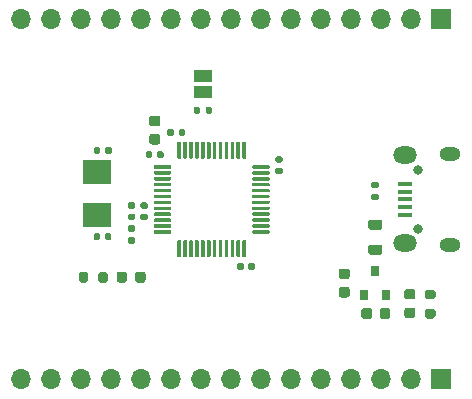
<source format=gbr>
%TF.GenerationSoftware,KiCad,Pcbnew,(5.1.7)-1*%
%TF.CreationDate,2020-11-21T17:57:00+01:00*%
%TF.ProjectId,SimpleTM32,53696d70-6c65-4544-9d33-322e6b696361,rev?*%
%TF.SameCoordinates,Original*%
%TF.FileFunction,Soldermask,Top*%
%TF.FilePolarity,Negative*%
%FSLAX46Y46*%
G04 Gerber Fmt 4.6, Leading zero omitted, Abs format (unit mm)*
G04 Created by KiCad (PCBNEW (5.1.7)-1) date 2020-11-21 17:57:00*
%MOMM*%
%LPD*%
G01*
G04 APERTURE LIST*
%ADD10R,2.400000X2.000000*%
%ADD11R,0.800000X0.900000*%
%ADD12R,1.500000X1.000000*%
%ADD13O,1.700000X1.700000*%
%ADD14R,1.700000X1.700000*%
%ADD15O,0.800000X0.800000*%
%ADD16O,1.800000X1.150000*%
%ADD17O,2.000000X1.450000*%
%ADD18R,1.300000X0.450000*%
G04 APERTURE END LIST*
%TO.C,U2*%
G36*
G01*
X69100000Y-42220000D02*
X69100000Y-40895000D01*
G75*
G02*
X69175000Y-40820000I75000J0D01*
G01*
X69325000Y-40820000D01*
G75*
G02*
X69400000Y-40895000I0J-75000D01*
G01*
X69400000Y-42220000D01*
G75*
G02*
X69325000Y-42295000I-75000J0D01*
G01*
X69175000Y-42295000D01*
G75*
G02*
X69100000Y-42220000I0J75000D01*
G01*
G37*
G36*
G01*
X69600000Y-42220000D02*
X69600000Y-40895000D01*
G75*
G02*
X69675000Y-40820000I75000J0D01*
G01*
X69825000Y-40820000D01*
G75*
G02*
X69900000Y-40895000I0J-75000D01*
G01*
X69900000Y-42220000D01*
G75*
G02*
X69825000Y-42295000I-75000J0D01*
G01*
X69675000Y-42295000D01*
G75*
G02*
X69600000Y-42220000I0J75000D01*
G01*
G37*
G36*
G01*
X70100000Y-42220000D02*
X70100000Y-40895000D01*
G75*
G02*
X70175000Y-40820000I75000J0D01*
G01*
X70325000Y-40820000D01*
G75*
G02*
X70400000Y-40895000I0J-75000D01*
G01*
X70400000Y-42220000D01*
G75*
G02*
X70325000Y-42295000I-75000J0D01*
G01*
X70175000Y-42295000D01*
G75*
G02*
X70100000Y-42220000I0J75000D01*
G01*
G37*
G36*
G01*
X70600000Y-42220000D02*
X70600000Y-40895000D01*
G75*
G02*
X70675000Y-40820000I75000J0D01*
G01*
X70825000Y-40820000D01*
G75*
G02*
X70900000Y-40895000I0J-75000D01*
G01*
X70900000Y-42220000D01*
G75*
G02*
X70825000Y-42295000I-75000J0D01*
G01*
X70675000Y-42295000D01*
G75*
G02*
X70600000Y-42220000I0J75000D01*
G01*
G37*
G36*
G01*
X71100000Y-42220000D02*
X71100000Y-40895000D01*
G75*
G02*
X71175000Y-40820000I75000J0D01*
G01*
X71325000Y-40820000D01*
G75*
G02*
X71400000Y-40895000I0J-75000D01*
G01*
X71400000Y-42220000D01*
G75*
G02*
X71325000Y-42295000I-75000J0D01*
G01*
X71175000Y-42295000D01*
G75*
G02*
X71100000Y-42220000I0J75000D01*
G01*
G37*
G36*
G01*
X71600000Y-42220000D02*
X71600000Y-40895000D01*
G75*
G02*
X71675000Y-40820000I75000J0D01*
G01*
X71825000Y-40820000D01*
G75*
G02*
X71900000Y-40895000I0J-75000D01*
G01*
X71900000Y-42220000D01*
G75*
G02*
X71825000Y-42295000I-75000J0D01*
G01*
X71675000Y-42295000D01*
G75*
G02*
X71600000Y-42220000I0J75000D01*
G01*
G37*
G36*
G01*
X72100000Y-42220000D02*
X72100000Y-40895000D01*
G75*
G02*
X72175000Y-40820000I75000J0D01*
G01*
X72325000Y-40820000D01*
G75*
G02*
X72400000Y-40895000I0J-75000D01*
G01*
X72400000Y-42220000D01*
G75*
G02*
X72325000Y-42295000I-75000J0D01*
G01*
X72175000Y-42295000D01*
G75*
G02*
X72100000Y-42220000I0J75000D01*
G01*
G37*
G36*
G01*
X72600000Y-42220000D02*
X72600000Y-40895000D01*
G75*
G02*
X72675000Y-40820000I75000J0D01*
G01*
X72825000Y-40820000D01*
G75*
G02*
X72900000Y-40895000I0J-75000D01*
G01*
X72900000Y-42220000D01*
G75*
G02*
X72825000Y-42295000I-75000J0D01*
G01*
X72675000Y-42295000D01*
G75*
G02*
X72600000Y-42220000I0J75000D01*
G01*
G37*
G36*
G01*
X73100000Y-42220000D02*
X73100000Y-40895000D01*
G75*
G02*
X73175000Y-40820000I75000J0D01*
G01*
X73325000Y-40820000D01*
G75*
G02*
X73400000Y-40895000I0J-75000D01*
G01*
X73400000Y-42220000D01*
G75*
G02*
X73325000Y-42295000I-75000J0D01*
G01*
X73175000Y-42295000D01*
G75*
G02*
X73100000Y-42220000I0J75000D01*
G01*
G37*
G36*
G01*
X73600000Y-42220000D02*
X73600000Y-40895000D01*
G75*
G02*
X73675000Y-40820000I75000J0D01*
G01*
X73825000Y-40820000D01*
G75*
G02*
X73900000Y-40895000I0J-75000D01*
G01*
X73900000Y-42220000D01*
G75*
G02*
X73825000Y-42295000I-75000J0D01*
G01*
X73675000Y-42295000D01*
G75*
G02*
X73600000Y-42220000I0J75000D01*
G01*
G37*
G36*
G01*
X74100000Y-42220000D02*
X74100000Y-40895000D01*
G75*
G02*
X74175000Y-40820000I75000J0D01*
G01*
X74325000Y-40820000D01*
G75*
G02*
X74400000Y-40895000I0J-75000D01*
G01*
X74400000Y-42220000D01*
G75*
G02*
X74325000Y-42295000I-75000J0D01*
G01*
X74175000Y-42295000D01*
G75*
G02*
X74100000Y-42220000I0J75000D01*
G01*
G37*
G36*
G01*
X74600000Y-42220000D02*
X74600000Y-40895000D01*
G75*
G02*
X74675000Y-40820000I75000J0D01*
G01*
X74825000Y-40820000D01*
G75*
G02*
X74900000Y-40895000I0J-75000D01*
G01*
X74900000Y-42220000D01*
G75*
G02*
X74825000Y-42295000I-75000J0D01*
G01*
X74675000Y-42295000D01*
G75*
G02*
X74600000Y-42220000I0J75000D01*
G01*
G37*
G36*
G01*
X75425000Y-43045000D02*
X75425000Y-42895000D01*
G75*
G02*
X75500000Y-42820000I75000J0D01*
G01*
X76825000Y-42820000D01*
G75*
G02*
X76900000Y-42895000I0J-75000D01*
G01*
X76900000Y-43045000D01*
G75*
G02*
X76825000Y-43120000I-75000J0D01*
G01*
X75500000Y-43120000D01*
G75*
G02*
X75425000Y-43045000I0J75000D01*
G01*
G37*
G36*
G01*
X75425000Y-43545000D02*
X75425000Y-43395000D01*
G75*
G02*
X75500000Y-43320000I75000J0D01*
G01*
X76825000Y-43320000D01*
G75*
G02*
X76900000Y-43395000I0J-75000D01*
G01*
X76900000Y-43545000D01*
G75*
G02*
X76825000Y-43620000I-75000J0D01*
G01*
X75500000Y-43620000D01*
G75*
G02*
X75425000Y-43545000I0J75000D01*
G01*
G37*
G36*
G01*
X75425000Y-44045000D02*
X75425000Y-43895000D01*
G75*
G02*
X75500000Y-43820000I75000J0D01*
G01*
X76825000Y-43820000D01*
G75*
G02*
X76900000Y-43895000I0J-75000D01*
G01*
X76900000Y-44045000D01*
G75*
G02*
X76825000Y-44120000I-75000J0D01*
G01*
X75500000Y-44120000D01*
G75*
G02*
X75425000Y-44045000I0J75000D01*
G01*
G37*
G36*
G01*
X75425000Y-44545000D02*
X75425000Y-44395000D01*
G75*
G02*
X75500000Y-44320000I75000J0D01*
G01*
X76825000Y-44320000D01*
G75*
G02*
X76900000Y-44395000I0J-75000D01*
G01*
X76900000Y-44545000D01*
G75*
G02*
X76825000Y-44620000I-75000J0D01*
G01*
X75500000Y-44620000D01*
G75*
G02*
X75425000Y-44545000I0J75000D01*
G01*
G37*
G36*
G01*
X75425000Y-45045000D02*
X75425000Y-44895000D01*
G75*
G02*
X75500000Y-44820000I75000J0D01*
G01*
X76825000Y-44820000D01*
G75*
G02*
X76900000Y-44895000I0J-75000D01*
G01*
X76900000Y-45045000D01*
G75*
G02*
X76825000Y-45120000I-75000J0D01*
G01*
X75500000Y-45120000D01*
G75*
G02*
X75425000Y-45045000I0J75000D01*
G01*
G37*
G36*
G01*
X75425000Y-45545000D02*
X75425000Y-45395000D01*
G75*
G02*
X75500000Y-45320000I75000J0D01*
G01*
X76825000Y-45320000D01*
G75*
G02*
X76900000Y-45395000I0J-75000D01*
G01*
X76900000Y-45545000D01*
G75*
G02*
X76825000Y-45620000I-75000J0D01*
G01*
X75500000Y-45620000D01*
G75*
G02*
X75425000Y-45545000I0J75000D01*
G01*
G37*
G36*
G01*
X75425000Y-46045000D02*
X75425000Y-45895000D01*
G75*
G02*
X75500000Y-45820000I75000J0D01*
G01*
X76825000Y-45820000D01*
G75*
G02*
X76900000Y-45895000I0J-75000D01*
G01*
X76900000Y-46045000D01*
G75*
G02*
X76825000Y-46120000I-75000J0D01*
G01*
X75500000Y-46120000D01*
G75*
G02*
X75425000Y-46045000I0J75000D01*
G01*
G37*
G36*
G01*
X75425000Y-46545000D02*
X75425000Y-46395000D01*
G75*
G02*
X75500000Y-46320000I75000J0D01*
G01*
X76825000Y-46320000D01*
G75*
G02*
X76900000Y-46395000I0J-75000D01*
G01*
X76900000Y-46545000D01*
G75*
G02*
X76825000Y-46620000I-75000J0D01*
G01*
X75500000Y-46620000D01*
G75*
G02*
X75425000Y-46545000I0J75000D01*
G01*
G37*
G36*
G01*
X75425000Y-47045000D02*
X75425000Y-46895000D01*
G75*
G02*
X75500000Y-46820000I75000J0D01*
G01*
X76825000Y-46820000D01*
G75*
G02*
X76900000Y-46895000I0J-75000D01*
G01*
X76900000Y-47045000D01*
G75*
G02*
X76825000Y-47120000I-75000J0D01*
G01*
X75500000Y-47120000D01*
G75*
G02*
X75425000Y-47045000I0J75000D01*
G01*
G37*
G36*
G01*
X75425000Y-47545000D02*
X75425000Y-47395000D01*
G75*
G02*
X75500000Y-47320000I75000J0D01*
G01*
X76825000Y-47320000D01*
G75*
G02*
X76900000Y-47395000I0J-75000D01*
G01*
X76900000Y-47545000D01*
G75*
G02*
X76825000Y-47620000I-75000J0D01*
G01*
X75500000Y-47620000D01*
G75*
G02*
X75425000Y-47545000I0J75000D01*
G01*
G37*
G36*
G01*
X75425000Y-48045000D02*
X75425000Y-47895000D01*
G75*
G02*
X75500000Y-47820000I75000J0D01*
G01*
X76825000Y-47820000D01*
G75*
G02*
X76900000Y-47895000I0J-75000D01*
G01*
X76900000Y-48045000D01*
G75*
G02*
X76825000Y-48120000I-75000J0D01*
G01*
X75500000Y-48120000D01*
G75*
G02*
X75425000Y-48045000I0J75000D01*
G01*
G37*
G36*
G01*
X75425000Y-48545000D02*
X75425000Y-48395000D01*
G75*
G02*
X75500000Y-48320000I75000J0D01*
G01*
X76825000Y-48320000D01*
G75*
G02*
X76900000Y-48395000I0J-75000D01*
G01*
X76900000Y-48545000D01*
G75*
G02*
X76825000Y-48620000I-75000J0D01*
G01*
X75500000Y-48620000D01*
G75*
G02*
X75425000Y-48545000I0J75000D01*
G01*
G37*
G36*
G01*
X74600000Y-50545000D02*
X74600000Y-49220000D01*
G75*
G02*
X74675000Y-49145000I75000J0D01*
G01*
X74825000Y-49145000D01*
G75*
G02*
X74900000Y-49220000I0J-75000D01*
G01*
X74900000Y-50545000D01*
G75*
G02*
X74825000Y-50620000I-75000J0D01*
G01*
X74675000Y-50620000D01*
G75*
G02*
X74600000Y-50545000I0J75000D01*
G01*
G37*
G36*
G01*
X74100000Y-50545000D02*
X74100000Y-49220000D01*
G75*
G02*
X74175000Y-49145000I75000J0D01*
G01*
X74325000Y-49145000D01*
G75*
G02*
X74400000Y-49220000I0J-75000D01*
G01*
X74400000Y-50545000D01*
G75*
G02*
X74325000Y-50620000I-75000J0D01*
G01*
X74175000Y-50620000D01*
G75*
G02*
X74100000Y-50545000I0J75000D01*
G01*
G37*
G36*
G01*
X73600000Y-50545000D02*
X73600000Y-49220000D01*
G75*
G02*
X73675000Y-49145000I75000J0D01*
G01*
X73825000Y-49145000D01*
G75*
G02*
X73900000Y-49220000I0J-75000D01*
G01*
X73900000Y-50545000D01*
G75*
G02*
X73825000Y-50620000I-75000J0D01*
G01*
X73675000Y-50620000D01*
G75*
G02*
X73600000Y-50545000I0J75000D01*
G01*
G37*
G36*
G01*
X73100000Y-50545000D02*
X73100000Y-49220000D01*
G75*
G02*
X73175000Y-49145000I75000J0D01*
G01*
X73325000Y-49145000D01*
G75*
G02*
X73400000Y-49220000I0J-75000D01*
G01*
X73400000Y-50545000D01*
G75*
G02*
X73325000Y-50620000I-75000J0D01*
G01*
X73175000Y-50620000D01*
G75*
G02*
X73100000Y-50545000I0J75000D01*
G01*
G37*
G36*
G01*
X72600000Y-50545000D02*
X72600000Y-49220000D01*
G75*
G02*
X72675000Y-49145000I75000J0D01*
G01*
X72825000Y-49145000D01*
G75*
G02*
X72900000Y-49220000I0J-75000D01*
G01*
X72900000Y-50545000D01*
G75*
G02*
X72825000Y-50620000I-75000J0D01*
G01*
X72675000Y-50620000D01*
G75*
G02*
X72600000Y-50545000I0J75000D01*
G01*
G37*
G36*
G01*
X72100000Y-50545000D02*
X72100000Y-49220000D01*
G75*
G02*
X72175000Y-49145000I75000J0D01*
G01*
X72325000Y-49145000D01*
G75*
G02*
X72400000Y-49220000I0J-75000D01*
G01*
X72400000Y-50545000D01*
G75*
G02*
X72325000Y-50620000I-75000J0D01*
G01*
X72175000Y-50620000D01*
G75*
G02*
X72100000Y-50545000I0J75000D01*
G01*
G37*
G36*
G01*
X71600000Y-50545000D02*
X71600000Y-49220000D01*
G75*
G02*
X71675000Y-49145000I75000J0D01*
G01*
X71825000Y-49145000D01*
G75*
G02*
X71900000Y-49220000I0J-75000D01*
G01*
X71900000Y-50545000D01*
G75*
G02*
X71825000Y-50620000I-75000J0D01*
G01*
X71675000Y-50620000D01*
G75*
G02*
X71600000Y-50545000I0J75000D01*
G01*
G37*
G36*
G01*
X71100000Y-50545000D02*
X71100000Y-49220000D01*
G75*
G02*
X71175000Y-49145000I75000J0D01*
G01*
X71325000Y-49145000D01*
G75*
G02*
X71400000Y-49220000I0J-75000D01*
G01*
X71400000Y-50545000D01*
G75*
G02*
X71325000Y-50620000I-75000J0D01*
G01*
X71175000Y-50620000D01*
G75*
G02*
X71100000Y-50545000I0J75000D01*
G01*
G37*
G36*
G01*
X70600000Y-50545000D02*
X70600000Y-49220000D01*
G75*
G02*
X70675000Y-49145000I75000J0D01*
G01*
X70825000Y-49145000D01*
G75*
G02*
X70900000Y-49220000I0J-75000D01*
G01*
X70900000Y-50545000D01*
G75*
G02*
X70825000Y-50620000I-75000J0D01*
G01*
X70675000Y-50620000D01*
G75*
G02*
X70600000Y-50545000I0J75000D01*
G01*
G37*
G36*
G01*
X70100000Y-50545000D02*
X70100000Y-49220000D01*
G75*
G02*
X70175000Y-49145000I75000J0D01*
G01*
X70325000Y-49145000D01*
G75*
G02*
X70400000Y-49220000I0J-75000D01*
G01*
X70400000Y-50545000D01*
G75*
G02*
X70325000Y-50620000I-75000J0D01*
G01*
X70175000Y-50620000D01*
G75*
G02*
X70100000Y-50545000I0J75000D01*
G01*
G37*
G36*
G01*
X69600000Y-50545000D02*
X69600000Y-49220000D01*
G75*
G02*
X69675000Y-49145000I75000J0D01*
G01*
X69825000Y-49145000D01*
G75*
G02*
X69900000Y-49220000I0J-75000D01*
G01*
X69900000Y-50545000D01*
G75*
G02*
X69825000Y-50620000I-75000J0D01*
G01*
X69675000Y-50620000D01*
G75*
G02*
X69600000Y-50545000I0J75000D01*
G01*
G37*
G36*
G01*
X69100000Y-50545000D02*
X69100000Y-49220000D01*
G75*
G02*
X69175000Y-49145000I75000J0D01*
G01*
X69325000Y-49145000D01*
G75*
G02*
X69400000Y-49220000I0J-75000D01*
G01*
X69400000Y-50545000D01*
G75*
G02*
X69325000Y-50620000I-75000J0D01*
G01*
X69175000Y-50620000D01*
G75*
G02*
X69100000Y-50545000I0J75000D01*
G01*
G37*
G36*
G01*
X67100000Y-48545000D02*
X67100000Y-48395000D01*
G75*
G02*
X67175000Y-48320000I75000J0D01*
G01*
X68500000Y-48320000D01*
G75*
G02*
X68575000Y-48395000I0J-75000D01*
G01*
X68575000Y-48545000D01*
G75*
G02*
X68500000Y-48620000I-75000J0D01*
G01*
X67175000Y-48620000D01*
G75*
G02*
X67100000Y-48545000I0J75000D01*
G01*
G37*
G36*
G01*
X67100000Y-48045000D02*
X67100000Y-47895000D01*
G75*
G02*
X67175000Y-47820000I75000J0D01*
G01*
X68500000Y-47820000D01*
G75*
G02*
X68575000Y-47895000I0J-75000D01*
G01*
X68575000Y-48045000D01*
G75*
G02*
X68500000Y-48120000I-75000J0D01*
G01*
X67175000Y-48120000D01*
G75*
G02*
X67100000Y-48045000I0J75000D01*
G01*
G37*
G36*
G01*
X67100000Y-47545000D02*
X67100000Y-47395000D01*
G75*
G02*
X67175000Y-47320000I75000J0D01*
G01*
X68500000Y-47320000D01*
G75*
G02*
X68575000Y-47395000I0J-75000D01*
G01*
X68575000Y-47545000D01*
G75*
G02*
X68500000Y-47620000I-75000J0D01*
G01*
X67175000Y-47620000D01*
G75*
G02*
X67100000Y-47545000I0J75000D01*
G01*
G37*
G36*
G01*
X67100000Y-47045000D02*
X67100000Y-46895000D01*
G75*
G02*
X67175000Y-46820000I75000J0D01*
G01*
X68500000Y-46820000D01*
G75*
G02*
X68575000Y-46895000I0J-75000D01*
G01*
X68575000Y-47045000D01*
G75*
G02*
X68500000Y-47120000I-75000J0D01*
G01*
X67175000Y-47120000D01*
G75*
G02*
X67100000Y-47045000I0J75000D01*
G01*
G37*
G36*
G01*
X67100000Y-46545000D02*
X67100000Y-46395000D01*
G75*
G02*
X67175000Y-46320000I75000J0D01*
G01*
X68500000Y-46320000D01*
G75*
G02*
X68575000Y-46395000I0J-75000D01*
G01*
X68575000Y-46545000D01*
G75*
G02*
X68500000Y-46620000I-75000J0D01*
G01*
X67175000Y-46620000D01*
G75*
G02*
X67100000Y-46545000I0J75000D01*
G01*
G37*
G36*
G01*
X67100000Y-46045000D02*
X67100000Y-45895000D01*
G75*
G02*
X67175000Y-45820000I75000J0D01*
G01*
X68500000Y-45820000D01*
G75*
G02*
X68575000Y-45895000I0J-75000D01*
G01*
X68575000Y-46045000D01*
G75*
G02*
X68500000Y-46120000I-75000J0D01*
G01*
X67175000Y-46120000D01*
G75*
G02*
X67100000Y-46045000I0J75000D01*
G01*
G37*
G36*
G01*
X67100000Y-45545000D02*
X67100000Y-45395000D01*
G75*
G02*
X67175000Y-45320000I75000J0D01*
G01*
X68500000Y-45320000D01*
G75*
G02*
X68575000Y-45395000I0J-75000D01*
G01*
X68575000Y-45545000D01*
G75*
G02*
X68500000Y-45620000I-75000J0D01*
G01*
X67175000Y-45620000D01*
G75*
G02*
X67100000Y-45545000I0J75000D01*
G01*
G37*
G36*
G01*
X67100000Y-45045000D02*
X67100000Y-44895000D01*
G75*
G02*
X67175000Y-44820000I75000J0D01*
G01*
X68500000Y-44820000D01*
G75*
G02*
X68575000Y-44895000I0J-75000D01*
G01*
X68575000Y-45045000D01*
G75*
G02*
X68500000Y-45120000I-75000J0D01*
G01*
X67175000Y-45120000D01*
G75*
G02*
X67100000Y-45045000I0J75000D01*
G01*
G37*
G36*
G01*
X67100000Y-44545000D02*
X67100000Y-44395000D01*
G75*
G02*
X67175000Y-44320000I75000J0D01*
G01*
X68500000Y-44320000D01*
G75*
G02*
X68575000Y-44395000I0J-75000D01*
G01*
X68575000Y-44545000D01*
G75*
G02*
X68500000Y-44620000I-75000J0D01*
G01*
X67175000Y-44620000D01*
G75*
G02*
X67100000Y-44545000I0J75000D01*
G01*
G37*
G36*
G01*
X67100000Y-44045000D02*
X67100000Y-43895000D01*
G75*
G02*
X67175000Y-43820000I75000J0D01*
G01*
X68500000Y-43820000D01*
G75*
G02*
X68575000Y-43895000I0J-75000D01*
G01*
X68575000Y-44045000D01*
G75*
G02*
X68500000Y-44120000I-75000J0D01*
G01*
X67175000Y-44120000D01*
G75*
G02*
X67100000Y-44045000I0J75000D01*
G01*
G37*
G36*
G01*
X67100000Y-43545000D02*
X67100000Y-43395000D01*
G75*
G02*
X67175000Y-43320000I75000J0D01*
G01*
X68500000Y-43320000D01*
G75*
G02*
X68575000Y-43395000I0J-75000D01*
G01*
X68575000Y-43545000D01*
G75*
G02*
X68500000Y-43620000I-75000J0D01*
G01*
X67175000Y-43620000D01*
G75*
G02*
X67100000Y-43545000I0J75000D01*
G01*
G37*
G36*
G01*
X67100000Y-43045000D02*
X67100000Y-42895000D01*
G75*
G02*
X67175000Y-42820000I75000J0D01*
G01*
X68500000Y-42820000D01*
G75*
G02*
X68575000Y-42895000I0J-75000D01*
G01*
X68575000Y-43045000D01*
G75*
G02*
X68500000Y-43120000I-75000J0D01*
G01*
X67175000Y-43120000D01*
G75*
G02*
X67100000Y-43045000I0J75000D01*
G01*
G37*
%TD*%
%TO.C,R4*%
G36*
G01*
X85655000Y-45240000D02*
X86025000Y-45240000D01*
G75*
G02*
X86160000Y-45375000I0J-135000D01*
G01*
X86160000Y-45645000D01*
G75*
G02*
X86025000Y-45780000I-135000J0D01*
G01*
X85655000Y-45780000D01*
G75*
G02*
X85520000Y-45645000I0J135000D01*
G01*
X85520000Y-45375000D01*
G75*
G02*
X85655000Y-45240000I135000J0D01*
G01*
G37*
G36*
G01*
X85655000Y-44220000D02*
X86025000Y-44220000D01*
G75*
G02*
X86160000Y-44355000I0J-135000D01*
G01*
X86160000Y-44625000D01*
G75*
G02*
X86025000Y-44760000I-135000J0D01*
G01*
X85655000Y-44760000D01*
G75*
G02*
X85520000Y-44625000I0J135000D01*
G01*
X85520000Y-44355000D01*
G75*
G02*
X85655000Y-44220000I135000J0D01*
G01*
G37*
%TD*%
D10*
%TO.C,Y1*%
X62275000Y-47075000D03*
X62275000Y-43375000D03*
%TD*%
D11*
%TO.C,U1*%
X85850000Y-51800000D03*
X86800000Y-53800000D03*
X84900000Y-53800000D03*
%TD*%
%TO.C,R3*%
G36*
G01*
X61550000Y-52025000D02*
X61550000Y-52575000D01*
G75*
G02*
X61350000Y-52775000I-200000J0D01*
G01*
X60950000Y-52775000D01*
G75*
G02*
X60750000Y-52575000I0J200000D01*
G01*
X60750000Y-52025000D01*
G75*
G02*
X60950000Y-51825000I200000J0D01*
G01*
X61350000Y-51825000D01*
G75*
G02*
X61550000Y-52025000I0J-200000D01*
G01*
G37*
G36*
G01*
X63200000Y-52025000D02*
X63200000Y-52575000D01*
G75*
G02*
X63000000Y-52775000I-200000J0D01*
G01*
X62600000Y-52775000D01*
G75*
G02*
X62400000Y-52575000I0J200000D01*
G01*
X62400000Y-52025000D01*
G75*
G02*
X62600000Y-51825000I200000J0D01*
G01*
X63000000Y-51825000D01*
G75*
G02*
X63200000Y-52025000I0J-200000D01*
G01*
G37*
%TD*%
%TO.C,R2*%
G36*
G01*
X71490000Y-38360000D02*
X71490000Y-37990000D01*
G75*
G02*
X71625000Y-37855000I135000J0D01*
G01*
X71895000Y-37855000D01*
G75*
G02*
X72030000Y-37990000I0J-135000D01*
G01*
X72030000Y-38360000D01*
G75*
G02*
X71895000Y-38495000I-135000J0D01*
G01*
X71625000Y-38495000D01*
G75*
G02*
X71490000Y-38360000I0J135000D01*
G01*
G37*
G36*
G01*
X70470000Y-38360000D02*
X70470000Y-37990000D01*
G75*
G02*
X70605000Y-37855000I135000J0D01*
G01*
X70875000Y-37855000D01*
G75*
G02*
X71010000Y-37990000I0J-135000D01*
G01*
X71010000Y-38360000D01*
G75*
G02*
X70875000Y-38495000I-135000J0D01*
G01*
X70605000Y-38495000D01*
G75*
G02*
X70470000Y-38360000I0J135000D01*
G01*
G37*
%TD*%
%TO.C,R1*%
G36*
G01*
X90225000Y-55000000D02*
X90775000Y-55000000D01*
G75*
G02*
X90975000Y-55200000I0J-200000D01*
G01*
X90975000Y-55600000D01*
G75*
G02*
X90775000Y-55800000I-200000J0D01*
G01*
X90225000Y-55800000D01*
G75*
G02*
X90025000Y-55600000I0J200000D01*
G01*
X90025000Y-55200000D01*
G75*
G02*
X90225000Y-55000000I200000J0D01*
G01*
G37*
G36*
G01*
X90225000Y-53350000D02*
X90775000Y-53350000D01*
G75*
G02*
X90975000Y-53550000I0J-200000D01*
G01*
X90975000Y-53950000D01*
G75*
G02*
X90775000Y-54150000I-200000J0D01*
G01*
X90225000Y-54150000D01*
G75*
G02*
X90025000Y-53950000I0J200000D01*
G01*
X90025000Y-53550000D01*
G75*
G02*
X90225000Y-53350000I200000J0D01*
G01*
G37*
%TD*%
%TO.C,L1*%
G36*
G01*
X65397500Y-48495000D02*
X65052500Y-48495000D01*
G75*
G02*
X64905000Y-48347500I0J147500D01*
G01*
X64905000Y-48052500D01*
G75*
G02*
X65052500Y-47905000I147500J0D01*
G01*
X65397500Y-47905000D01*
G75*
G02*
X65545000Y-48052500I0J-147500D01*
G01*
X65545000Y-48347500D01*
G75*
G02*
X65397500Y-48495000I-147500J0D01*
G01*
G37*
G36*
G01*
X65397500Y-49465000D02*
X65052500Y-49465000D01*
G75*
G02*
X64905000Y-49317500I0J147500D01*
G01*
X64905000Y-49022500D01*
G75*
G02*
X65052500Y-48875000I147500J0D01*
G01*
X65397500Y-48875000D01*
G75*
G02*
X65545000Y-49022500I0J-147500D01*
G01*
X65545000Y-49317500D01*
G75*
G02*
X65397500Y-49465000I-147500J0D01*
G01*
G37*
%TD*%
D12*
%TO.C,JP1*%
X71250000Y-35300000D03*
X71250000Y-36600000D03*
%TD*%
D13*
%TO.C,J3*%
X55880000Y-60960000D03*
X58420000Y-60960000D03*
X60960000Y-60960000D03*
X63500000Y-60960000D03*
X66040000Y-60960000D03*
X68580000Y-60960000D03*
X71120000Y-60960000D03*
X73660000Y-60960000D03*
X76200000Y-60960000D03*
X78740000Y-60960000D03*
X81280000Y-60960000D03*
X83820000Y-60960000D03*
X86360000Y-60960000D03*
X88900000Y-60960000D03*
D14*
X91440000Y-60960000D03*
%TD*%
D13*
%TO.C,J2*%
X55880000Y-30480000D03*
X58420000Y-30480000D03*
X60960000Y-30480000D03*
X63500000Y-30480000D03*
X66040000Y-30480000D03*
X68580000Y-30480000D03*
X71120000Y-30480000D03*
X73660000Y-30480000D03*
X76200000Y-30480000D03*
X78740000Y-30480000D03*
X81280000Y-30480000D03*
X83820000Y-30480000D03*
X86360000Y-30480000D03*
X88900000Y-30480000D03*
D14*
X91440000Y-30480000D03*
%TD*%
D15*
%TO.C,J1*%
X89450000Y-43220000D03*
X89450000Y-48220000D03*
D16*
X92200000Y-41845000D03*
X92200000Y-49595000D03*
D17*
X88400000Y-41995000D03*
X88400000Y-49445000D03*
D18*
X88350000Y-44420000D03*
X88350000Y-45070000D03*
X88350000Y-45720000D03*
X88350000Y-46370000D03*
X88350000Y-47020000D03*
%TD*%
%TO.C,FB1*%
G36*
G01*
X86231250Y-48292500D02*
X85468750Y-48292500D01*
G75*
G02*
X85250000Y-48073750I0J218750D01*
G01*
X85250000Y-47636250D01*
G75*
G02*
X85468750Y-47417500I218750J0D01*
G01*
X86231250Y-47417500D01*
G75*
G02*
X86450000Y-47636250I0J-218750D01*
G01*
X86450000Y-48073750D01*
G75*
G02*
X86231250Y-48292500I-218750J0D01*
G01*
G37*
G36*
G01*
X86231250Y-50417500D02*
X85468750Y-50417500D01*
G75*
G02*
X85250000Y-50198750I0J218750D01*
G01*
X85250000Y-49761250D01*
G75*
G02*
X85468750Y-49542500I218750J0D01*
G01*
X86231250Y-49542500D01*
G75*
G02*
X86450000Y-49761250I0J-218750D01*
G01*
X86450000Y-50198750D01*
G75*
G02*
X86231250Y-50417500I-218750J0D01*
G01*
G37*
%TD*%
%TO.C,D2*%
G36*
G01*
X65525000Y-52556250D02*
X65525000Y-52043750D01*
G75*
G02*
X65743750Y-51825000I218750J0D01*
G01*
X66181250Y-51825000D01*
G75*
G02*
X66400000Y-52043750I0J-218750D01*
G01*
X66400000Y-52556250D01*
G75*
G02*
X66181250Y-52775000I-218750J0D01*
G01*
X65743750Y-52775000D01*
G75*
G02*
X65525000Y-52556250I0J218750D01*
G01*
G37*
G36*
G01*
X63950000Y-52556250D02*
X63950000Y-52043750D01*
G75*
G02*
X64168750Y-51825000I218750J0D01*
G01*
X64606250Y-51825000D01*
G75*
G02*
X64825000Y-52043750I0J-218750D01*
G01*
X64825000Y-52556250D01*
G75*
G02*
X64606250Y-52775000I-218750J0D01*
G01*
X64168750Y-52775000D01*
G75*
G02*
X63950000Y-52556250I0J218750D01*
G01*
G37*
%TD*%
%TO.C,D1*%
G36*
G01*
X88518750Y-54887500D02*
X89031250Y-54887500D01*
G75*
G02*
X89250000Y-55106250I0J-218750D01*
G01*
X89250000Y-55543750D01*
G75*
G02*
X89031250Y-55762500I-218750J0D01*
G01*
X88518750Y-55762500D01*
G75*
G02*
X88300000Y-55543750I0J218750D01*
G01*
X88300000Y-55106250D01*
G75*
G02*
X88518750Y-54887500I218750J0D01*
G01*
G37*
G36*
G01*
X88518750Y-53312500D02*
X89031250Y-53312500D01*
G75*
G02*
X89250000Y-53531250I0J-218750D01*
G01*
X89250000Y-53968750D01*
G75*
G02*
X89031250Y-54187500I-218750J0D01*
G01*
X88518750Y-54187500D01*
G75*
G02*
X88300000Y-53968750I0J218750D01*
G01*
X88300000Y-53531250D01*
G75*
G02*
X88518750Y-53312500I218750J0D01*
G01*
G37*
%TD*%
%TO.C,C11*%
G36*
G01*
X62955000Y-49045000D02*
X62955000Y-48705000D01*
G75*
G02*
X63095000Y-48565000I140000J0D01*
G01*
X63375000Y-48565000D01*
G75*
G02*
X63515000Y-48705000I0J-140000D01*
G01*
X63515000Y-49045000D01*
G75*
G02*
X63375000Y-49185000I-140000J0D01*
G01*
X63095000Y-49185000D01*
G75*
G02*
X62955000Y-49045000I0J140000D01*
G01*
G37*
G36*
G01*
X61995000Y-49045000D02*
X61995000Y-48705000D01*
G75*
G02*
X62135000Y-48565000I140000J0D01*
G01*
X62415000Y-48565000D01*
G75*
G02*
X62555000Y-48705000I0J-140000D01*
G01*
X62555000Y-49045000D01*
G75*
G02*
X62415000Y-49185000I-140000J0D01*
G01*
X62135000Y-49185000D01*
G75*
G02*
X61995000Y-49045000I0J140000D01*
G01*
G37*
%TD*%
%TO.C,C10*%
G36*
G01*
X62960000Y-41745000D02*
X62960000Y-41405000D01*
G75*
G02*
X63100000Y-41265000I140000J0D01*
G01*
X63380000Y-41265000D01*
G75*
G02*
X63520000Y-41405000I0J-140000D01*
G01*
X63520000Y-41745000D01*
G75*
G02*
X63380000Y-41885000I-140000J0D01*
G01*
X63100000Y-41885000D01*
G75*
G02*
X62960000Y-41745000I0J140000D01*
G01*
G37*
G36*
G01*
X62000000Y-41745000D02*
X62000000Y-41405000D01*
G75*
G02*
X62140000Y-41265000I140000J0D01*
G01*
X62420000Y-41265000D01*
G75*
G02*
X62560000Y-41405000I0J-140000D01*
G01*
X62560000Y-41745000D01*
G75*
G02*
X62420000Y-41885000I-140000J0D01*
G01*
X62140000Y-41885000D01*
G75*
G02*
X62000000Y-41745000I0J140000D01*
G01*
G37*
%TD*%
%TO.C,C9*%
G36*
G01*
X66445000Y-46525000D02*
X66105000Y-46525000D01*
G75*
G02*
X65965000Y-46385000I0J140000D01*
G01*
X65965000Y-46105000D01*
G75*
G02*
X66105000Y-45965000I140000J0D01*
G01*
X66445000Y-45965000D01*
G75*
G02*
X66585000Y-46105000I0J-140000D01*
G01*
X66585000Y-46385000D01*
G75*
G02*
X66445000Y-46525000I-140000J0D01*
G01*
G37*
G36*
G01*
X66445000Y-47485000D02*
X66105000Y-47485000D01*
G75*
G02*
X65965000Y-47345000I0J140000D01*
G01*
X65965000Y-47065000D01*
G75*
G02*
X66105000Y-46925000I140000J0D01*
G01*
X66445000Y-46925000D01*
G75*
G02*
X66585000Y-47065000I0J-140000D01*
G01*
X66585000Y-47345000D01*
G75*
G02*
X66445000Y-47485000I-140000J0D01*
G01*
G37*
%TD*%
%TO.C,C8*%
G36*
G01*
X65395000Y-46520000D02*
X65055000Y-46520000D01*
G75*
G02*
X64915000Y-46380000I0J140000D01*
G01*
X64915000Y-46100000D01*
G75*
G02*
X65055000Y-45960000I140000J0D01*
G01*
X65395000Y-45960000D01*
G75*
G02*
X65535000Y-46100000I0J-140000D01*
G01*
X65535000Y-46380000D01*
G75*
G02*
X65395000Y-46520000I-140000J0D01*
G01*
G37*
G36*
G01*
X65395000Y-47480000D02*
X65055000Y-47480000D01*
G75*
G02*
X64915000Y-47340000I0J140000D01*
G01*
X64915000Y-47060000D01*
G75*
G02*
X65055000Y-46920000I140000J0D01*
G01*
X65395000Y-46920000D01*
G75*
G02*
X65535000Y-47060000I0J-140000D01*
G01*
X65535000Y-47340000D01*
G75*
G02*
X65395000Y-47480000I-140000J0D01*
G01*
G37*
%TD*%
%TO.C,C7*%
G36*
G01*
X69200000Y-40220000D02*
X69200000Y-39880000D01*
G75*
G02*
X69340000Y-39740000I140000J0D01*
G01*
X69620000Y-39740000D01*
G75*
G02*
X69760000Y-39880000I0J-140000D01*
G01*
X69760000Y-40220000D01*
G75*
G02*
X69620000Y-40360000I-140000J0D01*
G01*
X69340000Y-40360000D01*
G75*
G02*
X69200000Y-40220000I0J140000D01*
G01*
G37*
G36*
G01*
X68240000Y-40220000D02*
X68240000Y-39880000D01*
G75*
G02*
X68380000Y-39740000I140000J0D01*
G01*
X68660000Y-39740000D01*
G75*
G02*
X68800000Y-39880000I0J-140000D01*
G01*
X68800000Y-40220000D01*
G75*
G02*
X68660000Y-40360000I-140000J0D01*
G01*
X68380000Y-40360000D01*
G75*
G02*
X68240000Y-40220000I0J140000D01*
G01*
G37*
%TD*%
%TO.C,C6*%
G36*
G01*
X77530000Y-43020000D02*
X77870000Y-43020000D01*
G75*
G02*
X78010000Y-43160000I0J-140000D01*
G01*
X78010000Y-43440000D01*
G75*
G02*
X77870000Y-43580000I-140000J0D01*
G01*
X77530000Y-43580000D01*
G75*
G02*
X77390000Y-43440000I0J140000D01*
G01*
X77390000Y-43160000D01*
G75*
G02*
X77530000Y-43020000I140000J0D01*
G01*
G37*
G36*
G01*
X77530000Y-42060000D02*
X77870000Y-42060000D01*
G75*
G02*
X78010000Y-42200000I0J-140000D01*
G01*
X78010000Y-42480000D01*
G75*
G02*
X77870000Y-42620000I-140000J0D01*
G01*
X77530000Y-42620000D01*
G75*
G02*
X77390000Y-42480000I0J140000D01*
G01*
X77390000Y-42200000D01*
G75*
G02*
X77530000Y-42060000I140000J0D01*
G01*
G37*
%TD*%
%TO.C,C5*%
G36*
G01*
X74700000Y-51230000D02*
X74700000Y-51570000D01*
G75*
G02*
X74560000Y-51710000I-140000J0D01*
G01*
X74280000Y-51710000D01*
G75*
G02*
X74140000Y-51570000I0J140000D01*
G01*
X74140000Y-51230000D01*
G75*
G02*
X74280000Y-51090000I140000J0D01*
G01*
X74560000Y-51090000D01*
G75*
G02*
X74700000Y-51230000I0J-140000D01*
G01*
G37*
G36*
G01*
X75660000Y-51230000D02*
X75660000Y-51570000D01*
G75*
G02*
X75520000Y-51710000I-140000J0D01*
G01*
X75240000Y-51710000D01*
G75*
G02*
X75100000Y-51570000I0J140000D01*
G01*
X75100000Y-51230000D01*
G75*
G02*
X75240000Y-51090000I140000J0D01*
G01*
X75520000Y-51090000D01*
G75*
G02*
X75660000Y-51230000I0J-140000D01*
G01*
G37*
%TD*%
%TO.C,C4*%
G36*
G01*
X66970000Y-41755000D02*
X66970000Y-42095000D01*
G75*
G02*
X66830000Y-42235000I-140000J0D01*
G01*
X66550000Y-42235000D01*
G75*
G02*
X66410000Y-42095000I0J140000D01*
G01*
X66410000Y-41755000D01*
G75*
G02*
X66550000Y-41615000I140000J0D01*
G01*
X66830000Y-41615000D01*
G75*
G02*
X66970000Y-41755000I0J-140000D01*
G01*
G37*
G36*
G01*
X67930000Y-41755000D02*
X67930000Y-42095000D01*
G75*
G02*
X67790000Y-42235000I-140000J0D01*
G01*
X67510000Y-42235000D01*
G75*
G02*
X67370000Y-42095000I0J140000D01*
G01*
X67370000Y-41755000D01*
G75*
G02*
X67510000Y-41615000I140000J0D01*
G01*
X67790000Y-41615000D01*
G75*
G02*
X67930000Y-41755000I0J-140000D01*
G01*
G37*
%TD*%
%TO.C,C3*%
G36*
G01*
X67425000Y-39525000D02*
X66925000Y-39525000D01*
G75*
G02*
X66700000Y-39300000I0J225000D01*
G01*
X66700000Y-38850000D01*
G75*
G02*
X66925000Y-38625000I225000J0D01*
G01*
X67425000Y-38625000D01*
G75*
G02*
X67650000Y-38850000I0J-225000D01*
G01*
X67650000Y-39300000D01*
G75*
G02*
X67425000Y-39525000I-225000J0D01*
G01*
G37*
G36*
G01*
X67425000Y-41075000D02*
X66925000Y-41075000D01*
G75*
G02*
X66700000Y-40850000I0J225000D01*
G01*
X66700000Y-40400000D01*
G75*
G02*
X66925000Y-40175000I225000J0D01*
G01*
X67425000Y-40175000D01*
G75*
G02*
X67650000Y-40400000I0J-225000D01*
G01*
X67650000Y-40850000D01*
G75*
G02*
X67425000Y-41075000I-225000J0D01*
G01*
G37*
%TD*%
%TO.C,C2*%
G36*
G01*
X85575000Y-55125000D02*
X85575000Y-55625000D01*
G75*
G02*
X85350000Y-55850000I-225000J0D01*
G01*
X84900000Y-55850000D01*
G75*
G02*
X84675000Y-55625000I0J225000D01*
G01*
X84675000Y-55125000D01*
G75*
G02*
X84900000Y-54900000I225000J0D01*
G01*
X85350000Y-54900000D01*
G75*
G02*
X85575000Y-55125000I0J-225000D01*
G01*
G37*
G36*
G01*
X87125000Y-55125000D02*
X87125000Y-55625000D01*
G75*
G02*
X86900000Y-55850000I-225000J0D01*
G01*
X86450000Y-55850000D01*
G75*
G02*
X86225000Y-55625000I0J225000D01*
G01*
X86225000Y-55125000D01*
G75*
G02*
X86450000Y-54900000I225000J0D01*
G01*
X86900000Y-54900000D01*
G75*
G02*
X87125000Y-55125000I0J-225000D01*
G01*
G37*
%TD*%
%TO.C,C1*%
G36*
G01*
X82975000Y-53125000D02*
X83475000Y-53125000D01*
G75*
G02*
X83700000Y-53350000I0J-225000D01*
G01*
X83700000Y-53800000D01*
G75*
G02*
X83475000Y-54025000I-225000J0D01*
G01*
X82975000Y-54025000D01*
G75*
G02*
X82750000Y-53800000I0J225000D01*
G01*
X82750000Y-53350000D01*
G75*
G02*
X82975000Y-53125000I225000J0D01*
G01*
G37*
G36*
G01*
X82975000Y-51575000D02*
X83475000Y-51575000D01*
G75*
G02*
X83700000Y-51800000I0J-225000D01*
G01*
X83700000Y-52250000D01*
G75*
G02*
X83475000Y-52475000I-225000J0D01*
G01*
X82975000Y-52475000D01*
G75*
G02*
X82750000Y-52250000I0J225000D01*
G01*
X82750000Y-51800000D01*
G75*
G02*
X82975000Y-51575000I225000J0D01*
G01*
G37*
%TD*%
M02*

</source>
